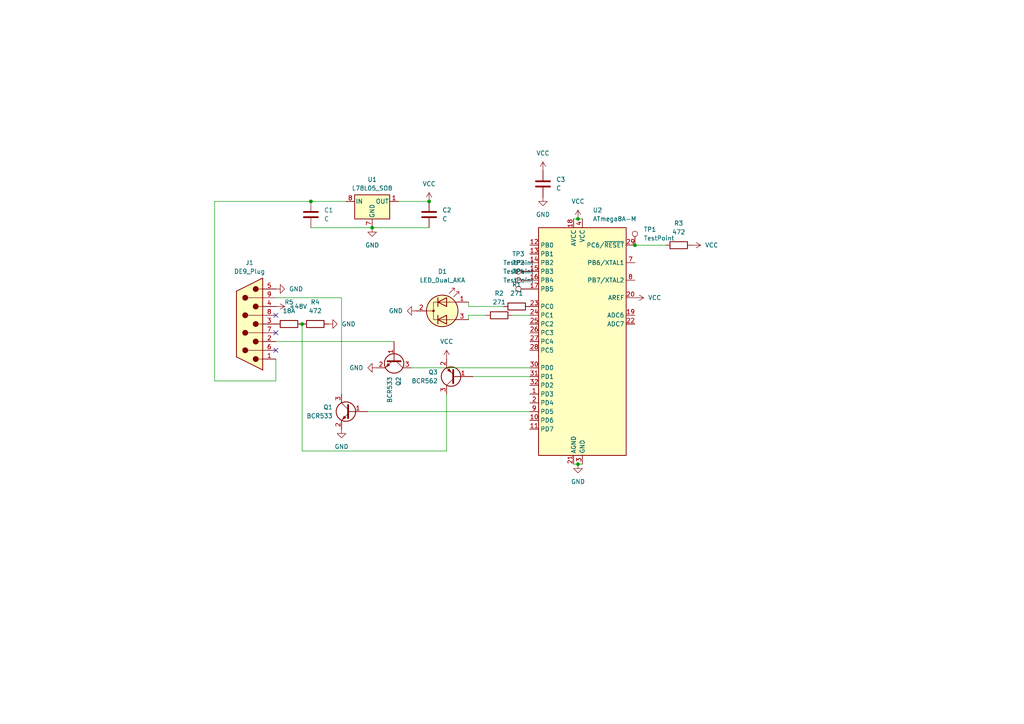
<source format=kicad_sch>
(kicad_sch (version 20231120) (generator "eeschema") (generator_version "8.0")
  (paper "A4")
  (lib_symbols
    (symbol "Connector:DE9_Plug" (pin_names (offset 1.016) hide)
      (property "Reference" "J" (at 0 13.97 0))
      (property "Value" "DE9_Plug" (at 0 -14.605 0))
      (symbol "DE9_Plug_0_1"
        (circle (center -1.778 -10.16) (radius 0.762) (fill (type outline)))
        (circle (center -1.778 -5.08) (radius 0.762) (fill (type outline)))
        (circle (center -1.778 0) (radius 0.762) (fill (type outline)))
        (circle (center -1.778 5.08) (radius 0.762) (fill (type outline)))
        (circle (center -1.778 10.16) (radius 0.762) (fill (type outline)))
        (polyline (pts (xy -3.81 -10.16) (xy -2.54 -10.16)))
        (polyline (pts (xy -3.81 -7.62) (xy 0.508 -7.62)))
        (polyline (pts (xy -3.81 -5.08) (xy -2.54 -5.08)))
        (polyline (pts (xy -3.81 -2.54) (xy 0.508 -2.54)))
        (polyline (pts (xy -3.81 0) (xy -2.54 0)))
        (polyline (pts (xy -3.81 2.54) (xy 0.508 2.54)))
        (polyline (pts (xy -3.81 5.08) (xy -2.54 5.08)))
        (polyline (pts (xy -3.81 7.62) (xy 0.508 7.62)))
        (polyline (pts (xy -3.81 10.16) (xy -2.54 10.16)))
        (polyline (pts (xy -3.81 -13.335) (xy -3.81 13.335) (xy 3.81 9.525) (xy 3.81 -9.525) (xy -3.81 -13.335)) (stroke (width 0.254)) (fill (type background)))
        (circle (center 1.27 -7.62) (radius 0.762) (fill (type outline)))
        (circle (center 1.27 -2.54) (radius 0.762) (fill (type outline)))
        (circle (center 1.27 2.54) (radius 0.762) (fill (type outline)))
        (circle (center 1.27 7.62) (radius 0.762) (fill (type outline)))
      )
      (symbol "DE9_Plug_1_1"
        (pin passive line (at -7.62 -10.16 0) (length 3.81) (name "1") (number "1"))
        (pin passive line (at -7.62 -5.08 0) (length 3.81) (name "2") (number "2"))
        (pin passive line (at -7.62 0 0) (length 3.81) (name "3") (number "3"))
        (pin passive line (at -7.62 5.08 0) (length 3.81) (name "4") (number "4"))
        (pin passive line (at -7.62 10.16 0) (length 3.81) (name "5") (number "5"))
        (pin passive line (at -7.62 -7.62 0) (length 3.81) (name "6") (number "6"))
        (pin passive line (at -7.62 -2.54 0) (length 3.81) (name "7") (number "7"))
        (pin passive line (at -7.62 2.54 0) (length 3.81) (name "8") (number "8"))
        (pin passive line (at -7.62 7.62 0) (length 3.81) (name "9") (number "9"))
      )
    )
    (symbol "Connector:TestPoint" (pin_numbers hide) (pin_names (offset 0.762) hide)
      (property "Reference" "TP" (at 0 6.858 0))
      (property "Value" "TestPoint" (at 0 5.08 0))
      (symbol "TestPoint_0_1"
        (circle (center 0 3.302) (radius 0.762))
      )
      (symbol "TestPoint_1_1"
        (pin passive line (at 0 0 90) (length 2.54) (name "1") (number "1"))
      )
    )
    (symbol "Device:C" (pin_numbers hide) (pin_names (offset 0.254))
      (property "Reference" "C" (at 0.635 2.54 0))
      (property "Value" "C" (at 0.635 -2.54 0))
      (symbol "C_0_1"
        (polyline (pts (xy -2.032 -0.762) (xy 2.032 -0.762)) (stroke (width 0.508)))
        (polyline (pts (xy -2.032 0.762) (xy 2.032 0.762)) (stroke (width 0.508)))
      )
      (symbol "C_1_1"
        (pin passive line (at 0 3.81 270) (length 2.794) (name "~") (number "1"))
        (pin passive line (at 0 -3.81 90) (length 2.794) (name "~") (number "2"))
      )
    )
    (symbol "Device:LED_Dual_AKA" (pin_names (offset 0) hide)
      (property "Reference" "D" (at 0 5.715 0))
      (property "Value" "LED_Dual_AKA" (at 0 -6.35 0))
      (symbol "LED_Dual_AKA_0_1"
        (circle (center -2.54 0) (radius 0.2794) (fill (type outline)))
        (polyline (pts (xy -4.572 0) (xy -2.54 0)))
        (polyline (pts (xy -1.27 -1.27) (xy -1.27 -3.81)) (stroke (width 0.254)))
        (polyline (pts (xy -1.27 1.27) (xy -1.27 3.81)) (stroke (width 0.254)))
        (polyline (pts (xy 3.81 -2.54) (xy 1.905 -2.54)))
        (polyline (pts (xy 3.81 2.54) (xy 1.905 2.54)))
        (polyline (pts (xy 1.27 -3.81) (xy 1.27 -1.27) (xy -1.27 -2.54) (xy 1.27 -3.81)) (stroke (width 0.254)))
        (polyline (pts (xy 1.27 1.27) (xy 1.27 3.81) (xy -1.27 2.54) (xy 1.27 1.27)) (stroke (width 0.254)))
        (polyline (pts (xy 2.032 2.54) (xy -2.54 2.54) (xy -2.54 -2.54) (xy 2.032 -2.54)))
        (polyline (pts (xy 2.032 5.08) (xy 3.556 6.604) (xy 2.794 6.604) (xy 3.556 6.604) (xy 3.556 5.842)))
        (polyline (pts (xy 3.302 4.064) (xy 4.826 5.588) (xy 4.064 5.588) (xy 4.826 5.588) (xy 4.826 4.826)))
        (circle (center 0 0) (radius 4.572) (stroke (width 0.254)) (fill (type background)))
      )
      (symbol "LED_Dual_AKA_1_1"
        (pin input line (at 7.62 2.54 180) (length 3.81) (name "A1") (number "1"))
        (pin input line (at -7.62 0 0) (length 3.048) (name "K") (number "2"))
        (pin input line (at 7.62 -2.54 180) (length 3.81) (name "A2") (number "3"))
      )
    )
    (symbol "Device:Q_NPN_BEC" (pin_names (offset 0) hide)
      (property "Reference" "Q" (at 5.08 1.27 0))
      (property "Value" "Q_NPN_BEC" (at 5.08 -1.27 0))
      (symbol "Q_NPN_BEC_0_1"
        (polyline (pts (xy 0.635 0.635) (xy 2.54 2.54)))
        (polyline (pts (xy 0.635 -0.635) (xy 2.54 -2.54) (xy 2.54 -2.54)))
        (polyline (pts (xy 0.635 1.905) (xy 0.635 -1.905) (xy 0.635 -1.905)) (stroke (width 0.508)))
        (polyline (pts (xy 1.27 -1.778) (xy 1.778 -1.27) (xy 2.286 -2.286) (xy 1.27 -1.778) (xy 1.27 -1.778)) (fill (type outline)))
        (circle (center 1.27 0) (radius 2.8194) (stroke (width 0.254)))
      )
      (symbol "Q_NPN_BEC_1_1"
        (pin input line (at -5.08 0 0) (length 5.715) (name "B") (number "1"))
        (pin passive line (at 2.54 -5.08 90) (length 2.54) (name "E") (number "2"))
        (pin passive line (at 2.54 5.08 270) (length 2.54) (name "C") (number "3"))
      )
    )
    (symbol "Device:Q_PNP_BEC" (pin_names (offset 0) hide)
      (property "Reference" "Q" (at 5.08 1.27 0))
      (property "Value" "Q_PNP_BEC" (at 5.08 -1.27 0))
      (symbol "Q_PNP_BEC_0_1"
        (polyline (pts (xy 0.635 0.635) (xy 2.54 2.54)))
        (polyline (pts (xy 0.635 -0.635) (xy 2.54 -2.54) (xy 2.54 -2.54)))
        (polyline (pts (xy 0.635 1.905) (xy 0.635 -1.905) (xy 0.635 -1.905)) (stroke (width 0.508)))
        (polyline (pts (xy 2.286 -1.778) (xy 1.778 -2.286) (xy 1.27 -1.27) (xy 2.286 -1.778) (xy 2.286 -1.778)) (fill (type outline)))
        (circle (center 1.27 0) (radius 2.8194) (stroke (width 0.254)))
      )
      (symbol "Q_PNP_BEC_1_1"
        (pin input line (at -5.08 0 0) (length 5.715) (name "B") (number "1"))
        (pin passive line (at 2.54 -5.08 90) (length 2.54) (name "E") (number "2"))
        (pin passive line (at 2.54 5.08 270) (length 2.54) (name "C") (number "3"))
      )
    )
    (symbol "Device:R" (pin_numbers hide) (pin_names (offset 0))
      (property "Reference" "R" (at 2.032 0 90))
      (property "Value" "R" (at 0 0 90))
      (symbol "R_0_1"
        (rectangle (start -1.016 -2.54) (end 1.016 2.54) (stroke (width 0.254)))
      )
      (symbol "R_1_1"
        (pin passive line (at 0 3.81 270) (length 1.27) (name "~") (number "1"))
        (pin passive line (at 0 -3.81 90) (length 1.27) (name "~") (number "2"))
      )
    )
    (symbol "MCU_Microchip_ATmega:ATmega8A-M"
      (property "Reference" "U" (at -12.7 34.29 0))
      (property "Value" "ATmega8A-M" (at 5.08 -34.29 0))
      (symbol "ATmega8A-M_0_1"
        (rectangle (start -12.7 -33.02) (end 12.7 33.02) (stroke (width 0.254)) (fill (type background)))
      )
      (symbol "ATmega8A-M_1_1"
        (pin bidirectional line (at 15.24 -15.24 180) (length 2.54) (name "PD3") (number "1"))
        (pin bidirectional line (at 15.24 -22.86 180) (length 2.54) (name "PD6") (number "10"))
        (pin bidirectional line (at 15.24 -25.4 180) (length 2.54) (name "PD7") (number "11"))
        (pin bidirectional line (at 15.24 27.94 180) (length 2.54) (name "PB0") (number "12"))
        (pin bidirectional line (at 15.24 25.4 180) (length 2.54) (name "PB1") (number "13"))
        (pin bidirectional line (at 15.24 22.86 180) (length 2.54) (name "PB2") (number "14"))
        (pin bidirectional line (at 15.24 20.32 180) (length 2.54) (name "PB3") (number "15"))
        (pin bidirectional line (at 15.24 17.78 180) (length 2.54) (name "PB4") (number "16"))
        (pin bidirectional line (at 15.24 15.24 180) (length 2.54) (name "PB5") (number "17"))
        (pin power_in line (at 2.54 35.56 270) (length 2.54) (name "AVCC") (number "18"))
        (pin input line (at -15.24 7.62 0) (length 2.54) (name "ADC6") (number "19"))
        (pin bidirectional line (at 15.24 -17.78 180) (length 2.54) (name "PD4") (number "2"))
        (pin passive line (at -15.24 12.7 0) (length 2.54) (name "AREF") (number "20"))
        (pin power_in line (at 2.54 -35.56 90) (length 2.54) (name "AGND") (number "21"))
        (pin input line (at -15.24 5.08 0) (length 2.54) (name "ADC7") (number "22"))
        (pin bidirectional line (at 15.24 10.16 180) (length 2.54) (name "PC0") (number "23"))
        (pin bidirectional line (at 15.24 7.62 180) (length 2.54) (name "PC1") (number "24"))
        (pin bidirectional line (at 15.24 5.08 180) (length 2.54) (name "PC2") (number "25"))
        (pin bidirectional line (at 15.24 2.54 180) (length 2.54) (name "PC3") (number "26"))
        (pin bidirectional line (at 15.24 0 180) (length 2.54) (name "PC4") (number "27"))
        (pin bidirectional line (at 15.24 -2.54 180) (length 2.54) (name "PC5") (number "28"))
        (pin bidirectional line (at -15.24 27.94 0) (length 2.54) (name "PC6/~{RESET}") (number "29"))
        (pin power_in line (at 0 -35.56 90) (length 2.54) (name "GND") (number "3"))
        (pin bidirectional line (at 15.24 -7.62 180) (length 2.54) (name "PD0") (number "30"))
        (pin bidirectional line (at 15.24 -10.16 180) (length 2.54) (name "PD1") (number "31"))
        (pin bidirectional line (at 15.24 -12.7 180) (length 2.54) (name "PD2") (number "32"))
        (pin passive line (at 0 -35.56 90) (length 2.54) hide (name "GND") (number "33"))
        (pin power_in line (at 0 35.56 270) (length 2.54) (name "VCC") (number "4"))
        (pin passive line (at 0 -35.56 90) (length 2.54) hide (name "GND") (number "5"))
        (pin passive line (at 0 35.56 270) (length 2.54) hide (name "VCC") (number "6"))
        (pin bidirectional line (at -15.24 22.86 0) (length 2.54) (name "PB6/XTAL1") (number "7"))
        (pin bidirectional line (at -15.24 17.78 0) (length 2.54) (name "PB7/XTAL2") (number "8"))
        (pin bidirectional line (at 15.24 -20.32 180) (length 2.54) (name "PD5") (number "9"))
      )
    )
    (symbol "Regulator_Linear:L78L05_SO8" (pin_names (offset 0.254))
      (property "Reference" "U" (at -3.81 3.175 0))
      (property "Value" "L78L05_SO8" (at 0 3.175 0))
      (symbol "L78L05_SO8_0_1"
        (rectangle (start -5.08 1.905) (end 5.08 -5.08) (stroke (width 0.254)) (fill (type background)))
      )
      (symbol "L78L05_SO8_1_1"
        (pin power_out line (at 7.62 0 180) (length 2.54) (name "OUT") (number "1"))
        (pin passive line (at 0 -7.62 90) (length 2.54) hide (name "GND") (number "2"))
        (pin passive line (at 0 -7.62 90) (length 2.54) hide (name "GND") (number "3"))
        (pin no_connect line (at -5.08 -2.54 0) (length 2.54) hide (name "NC") (number "4"))
        (pin no_connect line (at 5.08 -2.54 180) (length 2.54) hide (name "NC") (number "5"))
        (pin passive line (at 0 -7.62 90) (length 2.54) hide (name "GND") (number "6"))
        (pin power_in line (at 0 -7.62 90) (length 2.54) (name "GND") (number "7"))
        (pin power_in line (at -7.62 0 0) (length 2.54) (name "IN") (number "8"))
      )
    )
    (symbol "power:+48V" (power) (pin_numbers hide) (pin_names (offset 0) hide)
      (property "Value" "+48V" (at 0 3.556 0))
      (symbol "+48V_0_1"
        (polyline (pts (xy -0.762 1.27) (xy 0 2.54)))
        (polyline (pts (xy 0 0) (xy 0 2.54)))
        (polyline (pts (xy 0 2.54) (xy 0.762 1.27)))
      )
      (symbol "+48V_1_1"
        (pin power_in line (at 0 0 90) (length 0) (name "~") (number "1"))
      )
    )
    (symbol "power:GND" (power) (pin_numbers hide) (pin_names (offset 0) hide)
      (property "Value" "GND" (at 0 -3.81 0))
      (symbol "GND_0_1"
        (polyline (pts (xy 0 0) (xy 0 -1.27) (xy 1.27 -1.27) (xy 0 -2.54) (xy -1.27 -1.27) (xy 0 -1.27)))
      )
      (symbol "GND_1_1"
        (pin power_in line (at 0 0 270) (length 0) (name "~") (number "1"))
      )
    )
    (symbol "power:VCC" (power) (pin_numbers hide) (pin_names (offset 0) hide)
      (property "Value" "VCC" (at 0 3.556 0))
      (symbol "VCC_0_1"
        (polyline (pts (xy -0.762 1.27) (xy 0 2.54)))
        (polyline (pts (xy 0 0) (xy 0 2.54)))
        (polyline (pts (xy 0 2.54) (xy 0.762 1.27)))
      )
      (symbol "VCC_1_1"
        (pin power_in line (at 0 0 90) (length 0) (name "~") (number "1"))
      )
    )
  )
  (junction (at 167.64 63.5))
  (junction (at 90.17 58.42))
  (junction (at 167.64 134.62))
  (junction (at 87.63 93.98))
  (junction (at 124.46 58.42))
  (junction (at 184.15 71.12))
  (junction (at 107.95 66.04))
  (no_connect (at 80.01 96.52))
  (no_connect (at 80.01 91.44))
  (no_connect (at 80.01 101.6))
  (wire (pts (xy 106.68 119.38) (xy 153.67 119.38)))
  (wire (pts (xy 135.89 91.44) (xy 135.89 92.71)))
  (wire (pts (xy 167.64 63.5) (xy 168.91 63.5)))
  (wire (pts (xy 107.95 66.04) (xy 124.46 66.04)))
  (wire (pts (xy 80.01 110.49) (xy 62.23 110.49)))
  (wire (pts (xy 90.17 66.04) (xy 107.95 66.04)))
  (wire (pts (xy 80.01 104.14) (xy 80.01 110.49)))
  (wire (pts (xy 62.23 58.42) (xy 90.17 58.42)))
  (wire (pts (xy 140.97 91.44) (xy 135.89 91.44)))
  (wire (pts (xy 166.37 63.5) (xy 167.64 63.5)))
  (wire (pts (xy 115.57 58.42) (xy 124.46 58.42)))
  (wire (pts (xy 167.64 134.62) (xy 168.91 134.62)))
  (wire (pts (xy 153.67 106.68) (xy 119.38 106.68)))
  (wire (pts (xy 166.37 134.62) (xy 167.64 134.62)))
  (wire (pts (xy 184.15 71.12) (xy 193.04 71.12)))
  (wire (pts (xy 80.01 86.36) (xy 99.06 86.36)))
  (wire (pts (xy 129.54 130.81) (xy 87.63 130.81)))
  (wire (pts (xy 114.3 99.06) (xy 80.01 99.06)))
  (wire (pts (xy 137.16 109.22) (xy 153.67 109.22)))
  (wire (pts (xy 87.63 130.81) (xy 87.63 93.98)))
  (wire (pts (xy 90.17 58.42) (xy 100.33 58.42)))
  (wire (pts (xy 148.59 91.44) (xy 153.67 91.44)))
  (wire (pts (xy 135.89 88.9) (xy 135.89 87.63)))
  (wire (pts (xy 129.54 114.3) (xy 129.54 130.81)))
  (wire (pts (xy 99.06 86.36) (xy 99.06 114.3)))
  (wire (pts (xy 62.23 110.49) (xy 62.23 58.42)))
  (wire (pts (xy 146.05 88.9) (xy 135.89 88.9)))
  (symbol (lib_id "Device:Q_NPN_BEC") (at 101.6 119.38 0) (mirror y) (unit 1)
    (property "Reference" "Q1" (at 96.52 118.1099 0) (effects (justify left)))
    (property "Value" "BCR533" (at 96.52 120.6499 0) (effects (justify left)))
    (property "Footprint" "Package_TO_SOT_SMD:SOT-23" (effects (hide yes)))
    (property "Description" "NPN transistor, base/emitter/collector" (effects (hide yes)))
  )
  (symbol (lib_id "Connector:TestPoint") (at 153.67 81.28 90) (unit 1)
    (property "Reference" "TP2" (at 150.368 76.2 90))
    (property "Value" "TestPoint" (at 150.368 78.74 90))
    (property "Footprint" "TestPoint:TestPoint_Pad_D1.0mm" (effects (hide yes)))
    (property "Description" "test point" (effects (hide yes)))
  )
  (symbol (lib_id "Device:R") (at 149.86 88.9 270) (unit 1)
    (property "Reference" "R1" (at 149.86 82.55 90))
    (property "Value" "271" (at 149.86 85.09 90))
    (property "Footprint" "Resistor_SMD:R_0805_2012Metric" (effects (hide yes)))
    (property "Description" "Resistor" (effects (hide yes)))
  )
  (symbol (lib_id "Device:LED_Dual_AKA") (at 128.27 90.17 0) (unit 1)
    (property "Reference" "D1" (at 128.3335 78.74 0))
    (property "Value" "LED_Dual_AKA" (at 128.3335 81.28 0))
    (property "Footprint" "LED_THT:LED_D5.0mm-3_Horizontal_O3.81mm_Z3.0mm" (effects (hide yes)))
    (property "Description" "Dual LED, common cathode on pin 2" (effects (hide yes)))
  )
  (symbol (lib_id "Connector:TestPoint") (at 153.67 83.82 90) (unit 1)
    (property "Reference" "TP4" (at 150.368 78.74 90))
    (property "Value" "TestPoint" (at 150.368 81.28 90))
    (property "Footprint" "TestPoint:TestPoint_Pad_D1.0mm" (effects (hide yes)))
    (property "Description" "test point" (effects (hide yes)))
  )
  (symbol (lib_id "Device:R") (at 83.82 93.98 270) (unit 1)
    (property "Reference" "R5" (at 83.82 87.63 90))
    (property "Value" "18A" (at 83.82 90.17 90))
    (property "Footprint" "Resistor_SMD:R_0805_2012Metric" (effects (hide yes)))
    (property "Description" "Resistor" (effects (hide yes)))
  )
  (symbol (lib_id "Device:R") (at 196.85 71.12 90) (unit 1)
    (property "Reference" "R3" (at 196.85 64.77 90))
    (property "Value" "472" (at 196.85 67.31 90))
    (property "Footprint" "Resistor_SMD:R_0805_2012Metric" (effects (hide yes)))
    (property "Description" "Resistor" (effects (hide yes)))
  )
  (symbol (lib_id "MCU_Microchip_ATmega:ATmega8A-M") (at 168.91 99.06 0) (mirror y) (unit 1)
    (property "Reference" "U2" (at 171.9265 60.96 0) (effects (justify right)))
    (property "Value" "ATmega8A-M" (at 171.9265 63.5 0) (effects (justify right)))
    (property "Footprint" "Package_DFN_QFN:QFN-32-1EP_5x5mm_P0.5mm_EP3.1x3.1mm" (effects (hide yes)))
    (property "Datasheet" "http://ww1.microchip.com/downloads/en/DeviceDoc/Microchip%208bit%20mcu%20AVR%20ATmega8A%20data%20sheet%2040001974A.pdf" (effects (hide yes)))
    (property "Description" "16MHz, 8kB Flash, 1kB SRAM, 512B EEPROM, QFN-32" (effects (hide yes)))
  )
  (symbol (lib_id "Connector:TestPoint") (at 184.15 71.12 0) (unit 1)
    (property "Reference" "TP1" (at 186.69 66.5479 0) (effects (justify left)))
    (property "Value" "TestPoint" (at 186.69 69.0879 0) (effects (justify left)))
    (property "Footprint" "TestPoint:TestPoint_Pad_D1.0mm" (effects (hide yes)))
    (property "Description" "test point" (effects (hide yes)))
  )
  (symbol (lib_id "power:GND") (at 157.48 57.15 0) (unit 1)
    (property "Reference" "#PWR07" (effects (hide yes)))
    (property "Value" "GND" (at 157.48 62.23 0))
    (property "Description" "Power symbol creates a global label with name \"GND\" , ground" (effects (hide yes)))
  )
  (symbol (lib_id "power:GND") (at 95.25 93.98 90) (unit 1)
    (property "Reference" "#PWR010" (effects (hide yes)))
    (property "Value" "GND" (at 99.06 93.9799 90) (effects (justify right)))
    (property "Description" "Power symbol creates a global label with name \"GND\" , ground" (effects (hide yes)))
  )
  (symbol (lib_id "Regulator_Linear:L78L05_SO8") (at 107.95 58.42 0) (unit 1)
    (property "Reference" "U1" (at 107.95 52.07 0))
    (property "Value" "L78L05_SO8" (at 107.95 54.61 0))
    (property "Footprint" "Package_SO:SOIC-8_3.9x4.9mm_P1.27mm" (effects (hide yes)))
    (property "Datasheet" "http://www.st.com/content/ccc/resource/technical/document/datasheet/15/55/e5/aa/23/5b/43/fd/CD00000446.pdf/files/CD00000446.pdf/jcr:content/translations/en.CD00000446.pdf" (effects (hide yes)))
    (property "Description" "Positive 100mA 30V Linear Regulator, Fixed Output 5V, SO-8" (effects (hide yes)))
  )
  (symbol (lib_id "power:GND") (at 109.22 106.68 270) (unit 1)
    (property "Reference" "#PWR011" (effects (hide yes)))
    (property "Value" "GND" (at 105.41 106.6799 90) (effects (justify right)))
    (property "Description" "Power symbol creates a global label with name \"GND\" , ground" (effects (hide yes)))
  )
  (symbol (lib_id "Connector:TestPoint") (at 153.67 78.74 90) (unit 1)
    (property "Reference" "TP3" (at 150.368 73.66 90))
    (property "Value" "TestPoint" (at 150.368 76.2 90))
    (property "Footprint" "TestPoint:TestPoint_Pad_D1.0mm" (effects (hide yes)))
    (property "Description" "test point" (effects (hide yes)))
  )
  (symbol (lib_id "power:VCC") (at 124.46 58.42 0) (unit 1)
    (property "Reference" "#PWR06" (effects (hide yes)))
    (property "Value" "VCC" (at 124.46 53.34 0))
    (property "Description" "Power symbol creates a global label with name \"VCC\"" (effects (hide yes)))
  )
  (symbol (lib_id "Device:R") (at 91.44 93.98 90) (unit 1)
    (property "Reference" "R4" (at 91.44 87.63 90))
    (property "Value" "472" (at 91.44 90.17 90))
    (property "Footprint" "Resistor_SMD:R_0805_2012Metric" (effects (hide yes)))
    (property "Description" "Resistor" (effects (hide yes)))
  )
  (symbol (lib_id "Device:C") (at 157.48 53.34 0) (unit 1)
    (property "Reference" "C3" (at 161.29 52.0699 0) (effects (justify left)))
    (property "Value" "C" (at 161.29 54.6099 0) (effects (justify left)))
    (property "Footprint" "Capacitor_SMD:C_0805_2012Metric" (effects (hide yes)))
    (property "Description" "Unpolarized capacitor" (effects (hide yes)))
  )
  (symbol (lib_id "power:GND") (at 120.65 90.17 270) (unit 1)
    (property "Reference" "#PWR013" (effects (hide yes)))
    (property "Value" "GND" (at 116.84 90.1699 90) (effects (justify right)))
    (property "Description" "Power symbol creates a global label with name \"GND\" , ground" (effects (hide yes)))
  )
  (symbol (lib_id "Device:R") (at 144.78 91.44 90) (mirror x) (unit 1)
    (property "Reference" "R2" (at 144.78 85.09 90))
    (property "Value" "271" (at 144.78 87.63 90))
    (property "Footprint" "Resistor_SMD:R_0805_2012Metric" (effects (hide yes)))
    (property "Description" "Resistor" (effects (hide yes)))
  )
  (symbol (lib_id "power:GND") (at 99.06 124.46 0) (unit 1)
    (property "Reference" "#PWR014" (effects (hide yes)))
    (property "Value" "GND" (at 99.06 129.54 0))
    (property "Description" "Power symbol creates a global label with name \"GND\" , ground" (effects (hide yes)))
  )
  (symbol (lib_id "power:+48V") (at 80.01 88.9 270) (unit 1)
    (property "Reference" "#PWR015" (effects (hide yes)))
    (property "Value" "+48V" (at 83.82 88.8999 90) (effects (justify left)))
    (property "Description" "Power symbol creates a global label with name \"+48V\"" (effects (hide yes)))
  )
  (symbol (lib_id "power:GND") (at 80.01 83.82 90) (unit 1)
    (property "Reference" "#PWR03" (effects (hide yes)))
    (property "Value" "GND" (at 83.82 83.8199 90) (effects (justify right)))
    (property "Description" "Power symbol creates a global label with name \"GND\" , ground" (effects (hide yes)))
  )
  (symbol (lib_id "power:VCC") (at 157.48 49.53 0) (unit 1)
    (property "Reference" "#PWR05" (effects (hide yes)))
    (property "Value" "VCC" (at 157.48 44.45 0))
    (property "Description" "Power symbol creates a global label with name \"VCC\"" (effects (hide yes)))
  )
  (symbol (lib_id "power:VCC") (at 184.15 86.36 270) (unit 1)
    (property "Reference" "#PWR09" (effects (hide yes)))
    (property "Value" "VCC" (at 187.96 86.3599 90) (effects (justify left)))
    (property "Description" "Power symbol creates a global label with name \"VCC\"" (effects (hide yes)))
  )
  (symbol (lib_id "Device:Q_PNP_BEC") (at 132.08 109.22 180) (unit 1)
    (property "Reference" "Q3" (at 127 107.9499 0) (effects (justify left)))
    (property "Value" "BCR562" (at 127 110.4899 0) (effects (justify left)))
    (property "Footprint" "Package_TO_SOT_SMD:SOT-23" (effects (hide yes)))
    (property "Description" "PNP transistor, base/emitter/collector" (effects (hide yes)))
  )
  (symbol (lib_id "power:VCC") (at 129.54 104.14 0) (unit 1)
    (property "Reference" "#PWR012" (effects (hide yes)))
    (property "Value" "VCC" (at 129.54 99.06 0))
    (property "Description" "Power symbol creates a global label with name \"VCC\"" (effects (hide yes)))
  )
  (symbol (lib_id "power:VCC") (at 167.64 63.5 0) (unit 1)
    (property "Reference" "#PWR04" (effects (hide yes)))
    (property "Value" "VCC" (at 167.64 58.42 0))
    (property "Description" "Power symbol creates a global label with name \"VCC\"" (effects (hide yes)))
  )
  (symbol (lib_id "power:GND") (at 107.95 66.04 0) (unit 1)
    (property "Reference" "#PWR01" (effects (hide yes)))
    (property "Value" "GND" (at 107.95 71.12 0))
    (property "Description" "Power symbol creates a global label with name \"GND\" , ground" (effects (hide yes)))
  )
  (symbol (lib_id "power:VCC") (at 200.66 71.12 270) (unit 1)
    (property "Reference" "#PWR08" (effects (hide yes)))
    (property "Value" "VCC" (at 204.47 71.1199 90) (effects (justify left)))
    (property "Description" "Power symbol creates a global label with name \"VCC\"" (effects (hide yes)))
  )
  (symbol (lib_id "Device:C") (at 124.46 62.23 0) (unit 1)
    (property "Reference" "C2" (at 128.27 60.9599 0) (effects (justify left)))
    (property "Value" "C" (at 128.27 63.4999 0) (effects (justify left)))
    (property "Footprint" "Capacitor_SMD:C_0805_2012Metric" (effects (hide yes)))
    (property "Description" "Unpolarized capacitor" (effects (hide yes)))
  )
  (symbol (lib_id "power:GND") (at 167.64 134.62 0) (unit 1)
    (property "Reference" "#PWR02" (effects (hide yes)))
    (property "Value" "GND" (at 167.64 139.7 0))
    (property "Description" "Power symbol creates a global label with name \"GND\" , ground" (effects (hide yes)))
  )
  (symbol (lib_id "Connector:DE9_Plug") (at 72.39 93.98 0) (mirror y) (unit 1)
    (property "Reference" "J1" (at 72.39 76.2 0))
    (property "Value" "DE9_Plug" (at 72.39 78.74 0))
    (property "Footprint" "Connector_Dsub:DSUB-9_Male_EdgeMount_P2.77mm" (effects (hide yes)))
    (property "Description" "9-pin male plug pin D-SUB connector" (effects (hide yes)))
  )
  (symbol (lib_id "Device:Q_NPN_BEC") (at 114.3 104.14 270) (unit 1)
    (property "Reference" "Q2" (at 115.5701 109.22 0) (effects (justify left)))
    (property "Value" "BCR533" (at 113.0301 109.22 0) (effects (justify left)))
    (property "Footprint" "Package_TO_SOT_SMD:SOT-23" (effects (hide yes)))
    (property "Description" "NPN transistor, base/emitter/collector" (effects (hide yes)))
  )
  (symbol (lib_id "Device:C") (at 90.17 62.23 0) (unit 1)
    (property "Reference" "C1" (at 93.98 60.9599 0) (effects (justify left)))
    (property "Value" "C" (at 93.98 63.4999 0) (effects (justify left)))
    (property "Footprint" "Capacitor_SMD:C_0805_2012Metric" (effects (hide yes)))
    (property "Description" "Unpolarized capacitor" (effects (hide yes)))
  )
)
</source>
